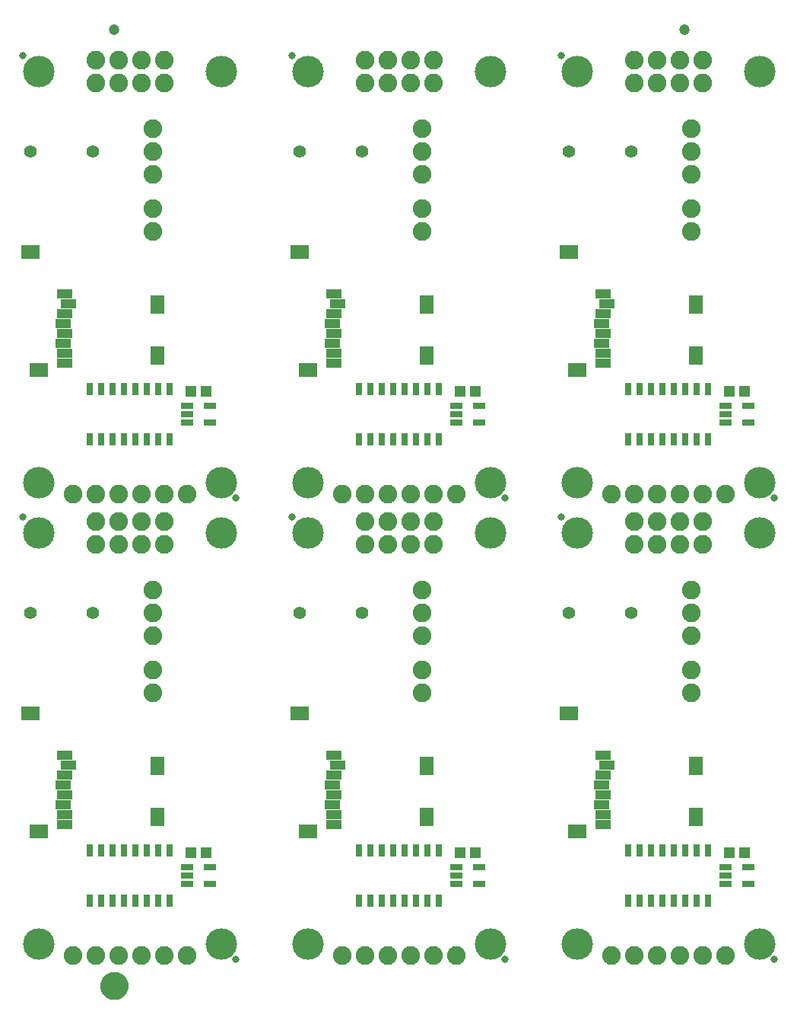
<source format=gbs>
G75*
%MOIN*%
%OFA0B0*%
%FSLAX25Y25*%
%IPPOS*%
%LPD*%
%AMOC8*
5,1,8,0,0,1.08239X$1,22.5*
%
%ADD10C,0.13800*%
%ADD11C,0.08200*%
%ADD12C,0.03300*%
%ADD13R,0.03162X0.05524*%
%ADD14R,0.06312X0.07887*%
%ADD15R,0.08280X0.06312*%
%ADD16R,0.06706X0.03950*%
%ADD17C,0.05524*%
%ADD18R,0.05524X0.02965*%
%ADD19R,0.05131X0.04737*%
%ADD20C,0.04737*%
%ADD21C,0.05000*%
%ADD22C,0.06706*%
D10*
X0054750Y0038500D03*
X0134750Y0038500D03*
X0172750Y0038500D03*
X0252750Y0038500D03*
X0290750Y0038500D03*
X0370750Y0038500D03*
X0370750Y0218500D03*
X0370750Y0240500D03*
X0290750Y0240500D03*
X0290750Y0218500D03*
X0252750Y0218500D03*
X0252750Y0240500D03*
X0172750Y0240500D03*
X0172750Y0218500D03*
X0134750Y0218500D03*
X0134750Y0240500D03*
X0054750Y0240500D03*
X0054750Y0218500D03*
X0054750Y0420500D03*
X0134750Y0420500D03*
X0172750Y0420500D03*
X0252750Y0420500D03*
X0290750Y0420500D03*
X0370750Y0420500D03*
D11*
X0345750Y0415500D03*
X0345750Y0425500D03*
X0335750Y0425500D03*
X0335750Y0415500D03*
X0325750Y0415500D03*
X0325750Y0425500D03*
X0315750Y0425500D03*
X0315750Y0415500D03*
X0340750Y0395500D03*
X0340750Y0385500D03*
X0340750Y0375500D03*
X0340750Y0360500D03*
X0340750Y0350500D03*
X0227750Y0415500D03*
X0227750Y0425500D03*
X0217750Y0425500D03*
X0217750Y0415500D03*
X0207750Y0415500D03*
X0207750Y0425500D03*
X0197750Y0425500D03*
X0197750Y0415500D03*
X0222750Y0395500D03*
X0222750Y0385500D03*
X0222750Y0375500D03*
X0222750Y0360500D03*
X0222750Y0350500D03*
X0109750Y0415500D03*
X0109750Y0425500D03*
X0099750Y0425500D03*
X0099750Y0415500D03*
X0089750Y0415500D03*
X0089750Y0425500D03*
X0079750Y0425500D03*
X0079750Y0415500D03*
X0104750Y0395500D03*
X0104750Y0385500D03*
X0104750Y0375500D03*
X0104750Y0360500D03*
X0104750Y0350500D03*
X0099750Y0235500D03*
X0089750Y0235500D03*
X0079750Y0235500D03*
X0069750Y0235500D03*
X0079750Y0223500D03*
X0079750Y0213500D03*
X0089750Y0213500D03*
X0089750Y0223500D03*
X0099750Y0223500D03*
X0099750Y0213500D03*
X0109750Y0213500D03*
X0109750Y0223500D03*
X0109750Y0235500D03*
X0119750Y0235500D03*
X0104750Y0193500D03*
X0104750Y0183500D03*
X0104750Y0173500D03*
X0104750Y0158500D03*
X0104750Y0148500D03*
X0197750Y0213500D03*
X0197750Y0223500D03*
X0207750Y0223500D03*
X0207750Y0213500D03*
X0217750Y0213500D03*
X0217750Y0223500D03*
X0227750Y0223500D03*
X0227750Y0213500D03*
X0222750Y0193500D03*
X0222750Y0183500D03*
X0222750Y0173500D03*
X0222750Y0158500D03*
X0222750Y0148500D03*
X0315750Y0213500D03*
X0315750Y0223500D03*
X0325750Y0223500D03*
X0325750Y0213500D03*
X0335750Y0213500D03*
X0335750Y0223500D03*
X0345750Y0223500D03*
X0345750Y0213500D03*
X0340750Y0193500D03*
X0340750Y0183500D03*
X0340750Y0173500D03*
X0340750Y0158500D03*
X0340750Y0148500D03*
X0335750Y0235500D03*
X0325750Y0235500D03*
X0315750Y0235500D03*
X0305750Y0235500D03*
X0345750Y0235500D03*
X0355750Y0235500D03*
X0237750Y0235500D03*
X0227750Y0235500D03*
X0217750Y0235500D03*
X0207750Y0235500D03*
X0197750Y0235500D03*
X0187750Y0235500D03*
X0187750Y0033500D03*
X0197750Y0033500D03*
X0207750Y0033500D03*
X0217750Y0033500D03*
X0227750Y0033500D03*
X0237750Y0033500D03*
X0305750Y0033500D03*
X0315750Y0033500D03*
X0325750Y0033500D03*
X0335750Y0033500D03*
X0345750Y0033500D03*
X0355750Y0033500D03*
X0119750Y0033500D03*
X0109750Y0033500D03*
X0099750Y0033500D03*
X0089750Y0033500D03*
X0079750Y0033500D03*
X0069750Y0033500D03*
D12*
X0141250Y0032000D03*
X0259250Y0032000D03*
X0377250Y0032000D03*
X0283750Y0225500D03*
X0259250Y0234000D03*
X0165750Y0225500D03*
X0141250Y0234000D03*
X0047750Y0225500D03*
X0047750Y0427500D03*
X0165750Y0427500D03*
X0283750Y0427500D03*
X0377250Y0234000D03*
D13*
X0348250Y0259476D03*
X0343250Y0259476D03*
X0338250Y0259476D03*
X0333250Y0259476D03*
X0328250Y0259476D03*
X0323250Y0259476D03*
X0318250Y0259476D03*
X0313250Y0259476D03*
X0313250Y0281524D03*
X0318250Y0281524D03*
X0323250Y0281524D03*
X0328250Y0281524D03*
X0333250Y0281524D03*
X0338250Y0281524D03*
X0343250Y0281524D03*
X0348250Y0281524D03*
X0230250Y0281524D03*
X0225250Y0281524D03*
X0220250Y0281524D03*
X0215250Y0281524D03*
X0210250Y0281524D03*
X0205250Y0281524D03*
X0200250Y0281524D03*
X0195250Y0281524D03*
X0195250Y0259476D03*
X0200250Y0259476D03*
X0205250Y0259476D03*
X0210250Y0259476D03*
X0215250Y0259476D03*
X0220250Y0259476D03*
X0225250Y0259476D03*
X0230250Y0259476D03*
X0112250Y0259476D03*
X0107250Y0259476D03*
X0102250Y0259476D03*
X0097250Y0259476D03*
X0092250Y0259476D03*
X0087250Y0259476D03*
X0082250Y0259476D03*
X0077250Y0259476D03*
X0077250Y0281524D03*
X0082250Y0281524D03*
X0087250Y0281524D03*
X0092250Y0281524D03*
X0097250Y0281524D03*
X0102250Y0281524D03*
X0107250Y0281524D03*
X0112250Y0281524D03*
X0112250Y0079524D03*
X0107250Y0079524D03*
X0102250Y0079524D03*
X0097250Y0079524D03*
X0092250Y0079524D03*
X0087250Y0079524D03*
X0082250Y0079524D03*
X0077250Y0079524D03*
X0077250Y0057476D03*
X0082250Y0057476D03*
X0087250Y0057476D03*
X0092250Y0057476D03*
X0097250Y0057476D03*
X0102250Y0057476D03*
X0107250Y0057476D03*
X0112250Y0057476D03*
X0195250Y0057476D03*
X0200250Y0057476D03*
X0205250Y0057476D03*
X0210250Y0057476D03*
X0215250Y0057476D03*
X0220250Y0057476D03*
X0225250Y0057476D03*
X0230250Y0057476D03*
X0230250Y0079524D03*
X0225250Y0079524D03*
X0220250Y0079524D03*
X0215250Y0079524D03*
X0210250Y0079524D03*
X0205250Y0079524D03*
X0200250Y0079524D03*
X0195250Y0079524D03*
X0313250Y0079524D03*
X0318250Y0079524D03*
X0323250Y0079524D03*
X0328250Y0079524D03*
X0333250Y0079524D03*
X0338250Y0079524D03*
X0343250Y0079524D03*
X0348250Y0079524D03*
X0348250Y0057476D03*
X0343250Y0057476D03*
X0338250Y0057476D03*
X0333250Y0057476D03*
X0328250Y0057476D03*
X0323250Y0057476D03*
X0318250Y0057476D03*
X0313250Y0057476D03*
D14*
X0342675Y0094071D03*
X0342675Y0116512D03*
X0224675Y0116512D03*
X0224675Y0094071D03*
X0106675Y0094071D03*
X0106675Y0116512D03*
X0106675Y0296071D03*
X0106675Y0318512D03*
X0224675Y0318512D03*
X0224675Y0296071D03*
X0342675Y0296071D03*
X0342675Y0318512D03*
D15*
X0290904Y0289772D03*
X0286967Y0341543D03*
X0172904Y0289772D03*
X0168967Y0341543D03*
X0050967Y0341543D03*
X0054904Y0289772D03*
X0050967Y0139543D03*
X0054904Y0087772D03*
X0168967Y0139543D03*
X0172904Y0087772D03*
X0286967Y0139543D03*
X0290904Y0087772D03*
D16*
X0302124Y0090882D03*
X0302124Y0095213D03*
X0301337Y0099543D03*
X0302124Y0103874D03*
X0301337Y0108205D03*
X0302124Y0112535D03*
X0303699Y0116866D03*
X0302124Y0121197D03*
X0185699Y0116866D03*
X0184124Y0112535D03*
X0183337Y0108205D03*
X0184124Y0103874D03*
X0183337Y0099543D03*
X0184124Y0095213D03*
X0184124Y0090882D03*
X0184124Y0121197D03*
X0067699Y0116866D03*
X0066124Y0112535D03*
X0065337Y0108205D03*
X0066124Y0103874D03*
X0065337Y0099543D03*
X0066124Y0095213D03*
X0066124Y0090882D03*
X0066124Y0121197D03*
X0066124Y0292882D03*
X0066124Y0297213D03*
X0065337Y0301543D03*
X0066124Y0305874D03*
X0065337Y0310205D03*
X0066124Y0314535D03*
X0067699Y0318866D03*
X0066124Y0323197D03*
X0183337Y0310205D03*
X0184124Y0314535D03*
X0185699Y0318866D03*
X0184124Y0323197D03*
X0184124Y0305874D03*
X0183337Y0301543D03*
X0184124Y0297213D03*
X0184124Y0292882D03*
X0301337Y0301543D03*
X0302124Y0297213D03*
X0302124Y0292882D03*
X0302124Y0305874D03*
X0301337Y0310205D03*
X0302124Y0314535D03*
X0303699Y0318866D03*
X0302124Y0323197D03*
D17*
X0314608Y0385500D03*
X0287049Y0385500D03*
X0196608Y0385500D03*
X0169049Y0385500D03*
X0078608Y0385500D03*
X0051049Y0385500D03*
X0051049Y0183500D03*
X0078608Y0183500D03*
X0169049Y0183500D03*
X0196608Y0183500D03*
X0287049Y0183500D03*
X0314608Y0183500D03*
D18*
X0355631Y0266760D03*
X0355631Y0270500D03*
X0355631Y0274240D03*
X0365869Y0274240D03*
X0365869Y0266760D03*
X0247869Y0266760D03*
X0247869Y0274240D03*
X0237631Y0274240D03*
X0237631Y0270500D03*
X0237631Y0266760D03*
X0129869Y0266760D03*
X0129869Y0274240D03*
X0119631Y0274240D03*
X0119631Y0270500D03*
X0119631Y0266760D03*
X0119631Y0072240D03*
X0119631Y0068500D03*
X0119631Y0064760D03*
X0129869Y0064760D03*
X0129869Y0072240D03*
X0237631Y0072240D03*
X0237631Y0068500D03*
X0237631Y0064760D03*
X0247869Y0064760D03*
X0247869Y0072240D03*
X0355631Y0072240D03*
X0355631Y0068500D03*
X0355631Y0064760D03*
X0365869Y0064760D03*
X0365869Y0072240D03*
D19*
X0364096Y0078500D03*
X0357404Y0078500D03*
X0246096Y0078500D03*
X0239404Y0078500D03*
X0128096Y0078500D03*
X0121404Y0078500D03*
X0121404Y0280500D03*
X0128096Y0280500D03*
X0239404Y0280500D03*
X0246096Y0280500D03*
X0357404Y0280500D03*
X0364096Y0280500D03*
D20*
X0337750Y0438750D03*
X0087750Y0438750D03*
D21*
X0084185Y0020250D02*
X0084187Y0020369D01*
X0084193Y0020488D01*
X0084203Y0020607D01*
X0084217Y0020725D01*
X0084235Y0020843D01*
X0084256Y0020960D01*
X0084282Y0021076D01*
X0084312Y0021192D01*
X0084345Y0021306D01*
X0084382Y0021419D01*
X0084423Y0021531D01*
X0084468Y0021642D01*
X0084516Y0021751D01*
X0084568Y0021858D01*
X0084624Y0021963D01*
X0084683Y0022067D01*
X0084745Y0022168D01*
X0084811Y0022268D01*
X0084880Y0022365D01*
X0084952Y0022459D01*
X0085028Y0022552D01*
X0085106Y0022641D01*
X0085187Y0022728D01*
X0085272Y0022813D01*
X0085359Y0022894D01*
X0085448Y0022972D01*
X0085541Y0023048D01*
X0085635Y0023120D01*
X0085732Y0023189D01*
X0085832Y0023255D01*
X0085933Y0023317D01*
X0086037Y0023376D01*
X0086142Y0023432D01*
X0086249Y0023484D01*
X0086358Y0023532D01*
X0086469Y0023577D01*
X0086581Y0023618D01*
X0086694Y0023655D01*
X0086808Y0023688D01*
X0086924Y0023718D01*
X0087040Y0023744D01*
X0087157Y0023765D01*
X0087275Y0023783D01*
X0087393Y0023797D01*
X0087512Y0023807D01*
X0087631Y0023813D01*
X0087750Y0023815D01*
X0087869Y0023813D01*
X0087988Y0023807D01*
X0088107Y0023797D01*
X0088225Y0023783D01*
X0088343Y0023765D01*
X0088460Y0023744D01*
X0088576Y0023718D01*
X0088692Y0023688D01*
X0088806Y0023655D01*
X0088919Y0023618D01*
X0089031Y0023577D01*
X0089142Y0023532D01*
X0089251Y0023484D01*
X0089358Y0023432D01*
X0089463Y0023376D01*
X0089567Y0023317D01*
X0089668Y0023255D01*
X0089768Y0023189D01*
X0089865Y0023120D01*
X0089959Y0023048D01*
X0090052Y0022972D01*
X0090141Y0022894D01*
X0090228Y0022813D01*
X0090313Y0022728D01*
X0090394Y0022641D01*
X0090472Y0022552D01*
X0090548Y0022459D01*
X0090620Y0022365D01*
X0090689Y0022268D01*
X0090755Y0022168D01*
X0090817Y0022067D01*
X0090876Y0021963D01*
X0090932Y0021858D01*
X0090984Y0021751D01*
X0091032Y0021642D01*
X0091077Y0021531D01*
X0091118Y0021419D01*
X0091155Y0021306D01*
X0091188Y0021192D01*
X0091218Y0021076D01*
X0091244Y0020960D01*
X0091265Y0020843D01*
X0091283Y0020725D01*
X0091297Y0020607D01*
X0091307Y0020488D01*
X0091313Y0020369D01*
X0091315Y0020250D01*
X0091313Y0020131D01*
X0091307Y0020012D01*
X0091297Y0019893D01*
X0091283Y0019775D01*
X0091265Y0019657D01*
X0091244Y0019540D01*
X0091218Y0019424D01*
X0091188Y0019308D01*
X0091155Y0019194D01*
X0091118Y0019081D01*
X0091077Y0018969D01*
X0091032Y0018858D01*
X0090984Y0018749D01*
X0090932Y0018642D01*
X0090876Y0018537D01*
X0090817Y0018433D01*
X0090755Y0018332D01*
X0090689Y0018232D01*
X0090620Y0018135D01*
X0090548Y0018041D01*
X0090472Y0017948D01*
X0090394Y0017859D01*
X0090313Y0017772D01*
X0090228Y0017687D01*
X0090141Y0017606D01*
X0090052Y0017528D01*
X0089959Y0017452D01*
X0089865Y0017380D01*
X0089768Y0017311D01*
X0089668Y0017245D01*
X0089567Y0017183D01*
X0089463Y0017124D01*
X0089358Y0017068D01*
X0089251Y0017016D01*
X0089142Y0016968D01*
X0089031Y0016923D01*
X0088919Y0016882D01*
X0088806Y0016845D01*
X0088692Y0016812D01*
X0088576Y0016782D01*
X0088460Y0016756D01*
X0088343Y0016735D01*
X0088225Y0016717D01*
X0088107Y0016703D01*
X0087988Y0016693D01*
X0087869Y0016687D01*
X0087750Y0016685D01*
X0087631Y0016687D01*
X0087512Y0016693D01*
X0087393Y0016703D01*
X0087275Y0016717D01*
X0087157Y0016735D01*
X0087040Y0016756D01*
X0086924Y0016782D01*
X0086808Y0016812D01*
X0086694Y0016845D01*
X0086581Y0016882D01*
X0086469Y0016923D01*
X0086358Y0016968D01*
X0086249Y0017016D01*
X0086142Y0017068D01*
X0086037Y0017124D01*
X0085933Y0017183D01*
X0085832Y0017245D01*
X0085732Y0017311D01*
X0085635Y0017380D01*
X0085541Y0017452D01*
X0085448Y0017528D01*
X0085359Y0017606D01*
X0085272Y0017687D01*
X0085187Y0017772D01*
X0085106Y0017859D01*
X0085028Y0017948D01*
X0084952Y0018041D01*
X0084880Y0018135D01*
X0084811Y0018232D01*
X0084745Y0018332D01*
X0084683Y0018433D01*
X0084624Y0018537D01*
X0084568Y0018642D01*
X0084516Y0018749D01*
X0084468Y0018858D01*
X0084423Y0018969D01*
X0084382Y0019081D01*
X0084345Y0019194D01*
X0084312Y0019308D01*
X0084282Y0019424D01*
X0084256Y0019540D01*
X0084235Y0019657D01*
X0084217Y0019775D01*
X0084203Y0019893D01*
X0084193Y0020012D01*
X0084187Y0020131D01*
X0084185Y0020250D01*
D22*
X0087750Y0020250D03*
M02*

</source>
